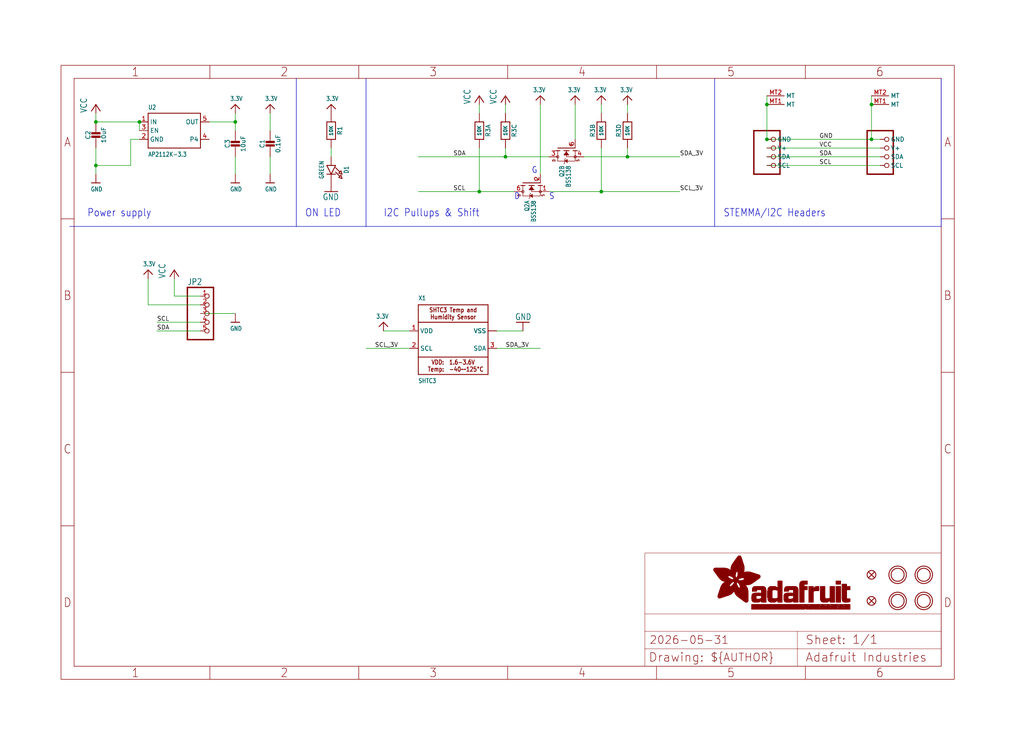
<source format=kicad_sch>
(kicad_sch (version 20230121) (generator eeschema)
  (paper "User" 298.45 217.322)
  (lib_symbols
    (symbol "working-eagle-import:3.3V" (power)
      (property "Value" "3.3V" (at -1.524 1.016 0))
      (symbol "3.3V_1_0"
        (pin power_in line (at 0 -2.54 90) (length 2.54) (name "3.3V") (number "1"))
      )
    )
    (symbol "working-eagle-import:CAP_CERAMIC0603_NO"
      (property "Reference" "C" (at -2.29 1.25 90))
      (symbol "CAP_CERAMIC0603_NO_1_0"
        (pin passive line (at 0 5.08 270) (length 2.54) (name "1") (number "1"))
        (pin passive line (at 0 -2.54 90) (length 2.54) (name "2") (number "2"))
      )
    )
    (symbol "working-eagle-import:CAP_CERAMIC0805-NOOUTLINE"
      (property "Reference" "C" (at -2.29 1.25 90))
      (symbol "CAP_CERAMIC0805-NOOUTLINE_1_0"
        (pin passive line (at 0 5.08 270) (length 2.54) (name "1") (number "1"))
        (pin passive line (at 0 -2.54 90) (length 2.54) (name "2") (number "2"))
      )
    )
    (symbol "working-eagle-import:FIDUCIAL_1MM")
    (symbol "working-eagle-import:FRAME_A4_ADAFRUIT"
      (symbol "FRAME_A4_ADAFRUIT_1_0"
        (text "${#}/${##}" (at 230.505 10.16 0) (effects (font (size 2.54 2.54)) (justify left bottom)))
        (text "${AUTHOR}" (at 189.23 5.08 0) (effects (font (size 2.286 2.286)) (justify left bottom)))
        (text "${CURRENT_DATE}" (at 171.45 10.16 0) (effects (font (size 2.286 2.286)) (justify left bottom)))
        (text "${PROJECTNAME}" (at 171.45 15.24 0) (effects (font (size 2.54 2.54)) (justify left bottom)))
        (text "1" (at 21.6958 1.905 0) (effects (font (size 2.54 2.286))))
        (text "1" (at 21.6958 177.165 0) (effects (font (size 2.54 2.286))))
        (text "2" (at 65.0875 1.905 0) (effects (font (size 2.54 2.286))))
        (text "2" (at 65.0875 177.165 0) (effects (font (size 2.54 2.286))))
        (text "3" (at 108.4792 1.905 0) (effects (font (size 2.54 2.286))))
        (text "3" (at 108.4792 177.165 0) (effects (font (size 2.54 2.286))))
        (text "4" (at 151.8708 1.905 0) (effects (font (size 2.54 2.286))))
        (text "4" (at 151.8708 177.165 0) (effects (font (size 2.54 2.286))))
        (text "5" (at 195.2625 1.905 0) (effects (font (size 2.54 2.286))))
        (text "5" (at 195.2625 177.165 0) (effects (font (size 2.54 2.286))))
        (text "6" (at 238.6542 1.905 0) (effects (font (size 2.54 2.286))))
        (text "6" (at 238.6542 177.165 0) (effects (font (size 2.54 2.286))))
        (text "A" (at 1.905 156.6863 0) (effects (font (size 2.54 2.286))))
        (text "A" (at 258.445 156.6863 0) (effects (font (size 2.54 2.286))))
        (text "Adafruit Industries" (at 216.916 4.953 0) (effects (font (size 2.54 2.54)) (justify left bottom)))
        (text "B" (at 1.905 111.9188 0) (effects (font (size 2.54 2.286))))
        (text "B" (at 258.445 111.9188 0) (effects (font (size 2.54 2.286))))
        (text "C" (at 1.905 67.1513 0) (effects (font (size 2.54 2.286))))
        (text "C" (at 258.445 67.1513 0) (effects (font (size 2.54 2.286))))
        (text "D" (at 1.905 22.3838 0) (effects (font (size 2.54 2.286))))
        (text "D" (at 258.445 22.3838 0) (effects (font (size 2.54 2.286))))
        (text "Drawing:" (at 171.196 4.953 0) (effects (font (size 2.54 2.54)) (justify left bottom)))
        (text "Sheet:" (at 216.916 10.033 0) (effects (font (size 2.54 2.54)) (justify left bottom)))
      )
    )
    (symbol "working-eagle-import:GND" (power)
      (property "Value" "GND" (at -1.524 -2.54 0))
      (symbol "GND_1_0"
        (pin power_in line (at 0 2.54 270) (length 2.54) (name "GND") (number "1"))
      )
    )
    (symbol "working-eagle-import:HEADER-1X570MIL"
      (property "Reference" "JP" (at -6.35 8.255 0))
      (symbol "HEADER-1X570MIL_1_0"
        (pin passive inverted (at -2.54 5.08 0) (length 2.54) (name "1") (number "1"))
        (pin passive inverted (at -2.54 2.54 0) (length 2.54) (name "2") (number "2"))
        (pin passive inverted (at -2.54 0 0) (length 2.54) (name "3") (number "3"))
        (pin passive inverted (at -2.54 -2.54 0) (length 2.54) (name "4") (number "4"))
        (pin passive inverted (at -2.54 -5.08 0) (length 2.54) (name "5") (number "5"))
      )
    )
    (symbol "working-eagle-import:LED0603_NOOUTLINE"
      (property "Reference" "D" (at -1.27 4.445 0))
      (symbol "LED0603_NOOUTLINE_1_0"
        (pin passive line (at -5.08 0 0) (length 2.54) (name "A") (number "A"))
        (pin passive line (at 2.54 0 180) (length 2.54) (name "C") (number "C"))
      )
    )
    (symbol "working-eagle-import:MOSFET-N_DUAL"
      (property "Reference" "Q" (at 5.08 0.635 0))
      (symbol "MOSFET-N_DUAL_1_0"
        (text "D" (at 3.175 3.175 0) (effects (font (size 0.8128 0.6908)) (justify left bottom)))
        (text "G" (at -1.27 -1.905 0) (effects (font (size 0.8128 0.6908)) (justify left bottom)))
        (text "S" (at 3.175 -3.81 0) (effects (font (size 0.8128 0.6908)) (justify left bottom)))
        (pin bidirectional line (at 2.54 -5.08 90) (length 2.54) (name "S") (number "1"))
        (pin bidirectional line (at -2.54 -2.54 0) (length 2.54) (name "G") (number "2"))
        (pin bidirectional line (at 2.54 5.08 270) (length 2.54) (name "D") (number "6"))
      )
      (symbol "MOSFET-N_DUAL_2_0"
        (text "D" (at 3.175 3.175 0) (effects (font (size 0.8128 0.6908)) (justify left bottom)))
        (text "G" (at -1.27 -1.905 0) (effects (font (size 0.8128 0.6908)) (justify left bottom)))
        (text "S" (at 3.175 -3.81 0) (effects (font (size 0.8128 0.6908)) (justify left bottom)))
        (pin bidirectional line (at 2.54 5.08 270) (length 2.54) (name "D") (number "3"))
        (pin bidirectional line (at 2.54 -5.08 90) (length 2.54) (name "S") (number "4"))
        (pin bidirectional line (at -2.54 -2.54 0) (length 2.54) (name "G") (number "5"))
      )
    )
    (symbol "working-eagle-import:MOUNTINGHOLE2.5")
    (symbol "working-eagle-import:RESISTOR_0603_NOOUT"
      (property "Reference" "R" (at 0 2.54 0))
      (symbol "RESISTOR_0603_NOOUT_1_0"
        (pin passive line (at -5.08 0 0) (length 2.54) (name "1") (number "1"))
        (pin passive line (at 5.08 0 180) (length 2.54) (name "2") (number "2"))
      )
    )
    (symbol "working-eagle-import:RESISTOR_4PACK"
      (property "Reference" "R" (at 0 2.54 0))
      (symbol "RESISTOR_4PACK_1_0"
        (pin passive line (at -5.08 0 0) (length 2.54) (name "1") (number "1"))
        (pin passive line (at 5.08 0 180) (length 2.54) (name "2") (number "8"))
      )
      (symbol "RESISTOR_4PACK_2_0"
        (pin passive line (at -5.08 0 0) (length 2.54) (name "1") (number "2"))
        (pin passive line (at 5.08 0 180) (length 2.54) (name "2") (number "7"))
      )
      (symbol "RESISTOR_4PACK_3_0"
        (pin passive line (at -5.08 0 0) (length 2.54) (name "1") (number "3"))
        (pin passive line (at 5.08 0 180) (length 2.54) (name "2") (number "6"))
      )
      (symbol "RESISTOR_4PACK_4_0"
        (pin passive line (at -5.08 0 0) (length 2.54) (name "1") (number "4"))
        (pin passive line (at 5.08 0 180) (length 2.54) (name "2") (number "5"))
      )
    )
    (symbol "working-eagle-import:SHTC3"
      (property "Reference" "X" (at -10.16 11.43 0))
      (symbol "SHTC3_1_0"
        (text "1.6-3.6V\n-40~~125°C" (at -1.27 -7.62 0) (effects (font (size 1.27 1.0795) (thickness 0.2159) bold) (justify left)))
        (text "SHTC3 Temp and\nHumidity Sensor" (at 0 7.62 0) (effects (font (size 1.27 1.0795) (thickness 0.2159) bold)))
        (text "VDD:\nTemp:" (at -2.54 -7.62 0) (effects (font (size 1.27 1.0795) (thickness 0.2159) bold) (justify right)))
        (pin power_in line (at -12.7 2.54 0) (length 2.54) (name "VDD") (number "1"))
        (pin bidirectional line (at -12.7 -2.54 0) (length 2.54) (name "SCL") (number "2"))
        (pin bidirectional line (at 12.7 -2.54 180) (length 2.54) (name "SDA") (number "3"))
        (pin power_in line (at 12.7 2.54 180) (length 2.54) (name "VSS") (number "4"))
        (pin power_in line (at 12.7 2.54 180) (length 2.54) (name "VSS") (number "MNT"))
      )
    )
    (symbol "working-eagle-import:STEMMA_I2C_QT"
      (symbol "STEMMA_I2C_QT_1_0"
        (pin passive inverted (at 0 5.08 0) (length 2.54) (name "GND") (number "1"))
        (pin passive inverted (at 0 2.54 0) (length 2.54) (name "V+") (number "2"))
        (pin passive inverted (at 0 0 0) (length 2.54) (name "SDA") (number "3"))
        (pin passive inverted (at 0 -2.54 0) (length 2.54) (name "SCL") (number "4"))
      )
      (symbol "STEMMA_I2C_QT_2_0"
        (pin bidirectional line (at 0 0 0) (length 5.08) (name "MT") (number "MT1"))
      )
      (symbol "STEMMA_I2C_QT_3_0"
        (pin bidirectional line (at 0 0 0) (length 5.08) (name "MT") (number "MT2"))
      )
    )
    (symbol "working-eagle-import:VCC" (power)
      (property "Value" "VCC" (at -2.54 -2.54 90))
      (symbol "VCC_1_0"
        (pin power_in line (at 0 -2.54 90) (length 2.54) (name "VCC") (number "1"))
      )
    )
    (symbol "working-eagle-import:VREG_SOT23-5"
      (property "Reference" "U" (at -7.62 6.096 0))
      (symbol "VREG_SOT23-5_1_0"
        (pin power_in line (at -10.16 2.54 0) (length 2.54) (name "IN") (number "1"))
        (pin power_in line (at -10.16 -2.54 0) (length 2.54) (name "GND") (number "2"))
        (pin input line (at -10.16 0 0) (length 2.54) (name "EN") (number "3"))
        (pin bidirectional line (at 10.16 -2.54 180) (length 2.54) (name "P4") (number "4"))
        (pin power_in line (at 10.16 2.54 180) (length 2.54) (name "OUT") (number "5"))
      )
    )
    (symbol "working-eagle-import:supply1_GND" (power)
      (property "Value" "supply1_GND" (at -2.54 -2.54 0))
      (symbol "supply1_GND_1_0"
        (pin power_in line (at 0 2.54 270) (length 2.54) (name "GND") (number "1"))
      )
    )
  )
  (junction (at 254 40.64))
  (junction (at 175.26 55.88))
  (junction (at 223.52 40.64))
  (junction (at 27.94 35.56))
  (junction (at 147.32 45.72))
  (junction (at 254 30.48))
  (junction (at 182.88 45.72))
  (junction (at 139.7 55.88))
  (junction (at 68.58 35.56))
  (junction (at 223.52 30.48))
  (junction (at 27.94 48.26))
  (junction (at 40.64 35.56))
  (wire (pts (xy 78.74 33.02) (xy 78.74 38.1)) (stroke (width 0.1524)))
  (polyline (pts (xy 274.32 22.86) (xy 274.32 66.04)) (stroke (width 0.1524) (type solid)))
  (wire (pts (xy 60.96 35.56) (xy 68.58 35.56)) (stroke (width 0.1524)))
  (wire (pts (xy 170.18 45.72) (xy 182.88 45.72)) (stroke (width 0.1524)))
  (wire (pts (xy 78.74 45.72) (xy 78.74 50.8)) (stroke (width 0.1524)))
  (wire (pts (xy 254 27.94) (xy 254 30.48)) (stroke (width 0.1524)))
  (wire (pts (xy 182.88 33.02) (xy 182.88 30.48)) (stroke (width 0.1524)))
  (wire (pts (xy 157.48 50.8) (xy 157.48 30.48)) (stroke (width 0.1524)))
  (wire (pts (xy 27.94 48.26) (xy 27.94 50.8)) (stroke (width 0.1524)))
  (wire (pts (xy 182.88 45.72) (xy 198.12 45.72)) (stroke (width 0.1524)))
  (wire (pts (xy 58.42 91.44) (xy 68.58 91.44)) (stroke (width 0.1524)))
  (wire (pts (xy 139.7 43.18) (xy 139.7 55.88)) (stroke (width 0.1524)))
  (wire (pts (xy 111.76 96.52) (xy 119.38 96.52)) (stroke (width 0.1524)))
  (wire (pts (xy 147.32 33.02) (xy 147.32 30.48)) (stroke (width 0.1524)))
  (wire (pts (xy 38.1 40.64) (xy 38.1 48.26)) (stroke (width 0.1524)))
  (polyline (pts (xy 20.32 66.04) (xy 86.36 66.04)) (stroke (width 0.1524) (type solid)))
  (wire (pts (xy 50.8 86.36) (xy 50.8 81.28)) (stroke (width 0.1524)))
  (wire (pts (xy 58.42 93.98) (xy 45.72 93.98)) (stroke (width 0.1524)))
  (polyline (pts (xy 86.36 66.04) (xy 106.68 66.04)) (stroke (width 0.1524) (type solid)))
  (wire (pts (xy 27.94 48.26) (xy 27.94 43.18)) (stroke (width 0.1524)))
  (wire (pts (xy 160.02 55.88) (xy 175.26 55.88)) (stroke (width 0.1524)))
  (wire (pts (xy 223.52 48.26) (xy 256.54 48.26)) (stroke (width 0.1524)))
  (wire (pts (xy 68.58 35.56) (xy 68.58 38.1)) (stroke (width 0.1524)))
  (wire (pts (xy 175.26 43.18) (xy 175.26 55.88)) (stroke (width 0.1524)))
  (wire (pts (xy 27.94 33.02) (xy 27.94 35.56)) (stroke (width 0.1524)))
  (wire (pts (xy 160.02 45.72) (xy 147.32 45.72)) (stroke (width 0.1524)))
  (wire (pts (xy 167.64 40.64) (xy 167.64 30.48)) (stroke (width 0.1524)))
  (polyline (pts (xy 106.68 22.86) (xy 106.68 66.04)) (stroke (width 0.1524) (type solid)))
  (wire (pts (xy 147.32 45.72) (xy 121.92 45.72)) (stroke (width 0.1524)))
  (wire (pts (xy 139.7 55.88) (xy 121.92 55.88)) (stroke (width 0.1524)))
  (wire (pts (xy 256.54 40.64) (xy 254 40.64)) (stroke (width 0.1524)))
  (wire (pts (xy 144.78 101.6) (xy 157.48 101.6)) (stroke (width 0.1524)))
  (wire (pts (xy 38.1 48.26) (xy 27.94 48.26)) (stroke (width 0.1524)))
  (wire (pts (xy 43.18 88.9) (xy 43.18 81.28)) (stroke (width 0.1524)))
  (wire (pts (xy 175.26 33.02) (xy 175.26 30.48)) (stroke (width 0.1524)))
  (wire (pts (xy 139.7 30.48) (xy 139.7 33.02)) (stroke (width 0.1524)))
  (wire (pts (xy 175.26 55.88) (xy 198.12 55.88)) (stroke (width 0.1524)))
  (polyline (pts (xy 208.28 66.04) (xy 274.32 66.04)) (stroke (width 0.1524) (type solid)))
  (wire (pts (xy 152.4 96.52) (xy 144.78 96.52)) (stroke (width 0.1524)))
  (wire (pts (xy 254 30.48) (xy 254 40.64)) (stroke (width 0.1524)))
  (wire (pts (xy 68.58 35.56) (xy 68.58 33.02)) (stroke (width 0.1524)))
  (wire (pts (xy 254 40.64) (xy 223.52 40.64)) (stroke (width 0.1524)))
  (wire (pts (xy 40.64 35.56) (xy 27.94 35.56)) (stroke (width 0.1524)))
  (wire (pts (xy 96.52 45.72) (xy 96.52 43.18)) (stroke (width 0.1524)))
  (wire (pts (xy 58.42 96.52) (xy 45.72 96.52)) (stroke (width 0.1524)))
  (wire (pts (xy 58.42 86.36) (xy 50.8 86.36)) (stroke (width 0.1524)))
  (wire (pts (xy 182.88 43.18) (xy 182.88 45.72)) (stroke (width 0.1524)))
  (wire (pts (xy 223.52 27.94) (xy 223.52 30.48)) (stroke (width 0.1524)))
  (polyline (pts (xy 106.68 66.04) (xy 208.28 66.04)) (stroke (width 0.1524) (type solid)))
  (polyline (pts (xy 86.36 22.86) (xy 86.36 66.04)) (stroke (width 0.1524) (type solid)))
  (wire (pts (xy 256.54 45.72) (xy 223.52 45.72)) (stroke (width 0.1524)))
  (wire (pts (xy 149.86 55.88) (xy 139.7 55.88)) (stroke (width 0.1524)))
  (wire (pts (xy 40.64 40.64) (xy 38.1 40.64)) (stroke (width 0.1524)))
  (wire (pts (xy 147.32 43.18) (xy 147.32 45.72)) (stroke (width 0.1524)))
  (wire (pts (xy 58.42 88.9) (xy 43.18 88.9)) (stroke (width 0.1524)))
  (wire (pts (xy 40.64 38.1) (xy 40.64 35.56)) (stroke (width 0.1524)))
  (wire (pts (xy 119.38 101.6) (xy 106.68 101.6)) (stroke (width 0.1524)))
  (wire (pts (xy 223.52 43.18) (xy 256.54 43.18)) (stroke (width 0.1524)))
  (polyline (pts (xy 208.28 22.86) (xy 208.28 66.04)) (stroke (width 0.1524) (type solid)))
  (wire (pts (xy 223.52 30.48) (xy 223.52 40.64)) (stroke (width 0.1524)))
  (wire (pts (xy 68.58 45.72) (xy 68.58 50.8)) (stroke (width 0.1524)))
  (text "I2C Pullups & Shift" (at 111.76 63.5 0) (effects (font (size 2.1844 1.8567)) (justify left bottom)))
  (text "G" (at 154.94 50.8 0) (effects (font (size 1.778 1.5113)) (justify left bottom)))
  (text "STEMMA/I2C Headers" (at 210.82 63.5 0) (effects (font (size 2.1844 1.8567)) (justify left bottom)))
  (text "ON LED" (at 88.9 63.5 0) (effects (font (size 2.1844 1.8567)) (justify left bottom)))
  (text "S" (at 160.02 58.42 0) (effects (font (size 1.778 1.5113)) (justify left bottom)))
  (text "D" (at 149.86 58.42 0) (effects (font (size 1.778 1.5113)) (justify left bottom)))
  (text "Power supply" (at 25.4 63.5 0) (effects (font (size 2.1844 1.8567)) (justify left bottom)))
  (label "SCL" (at 45.72 93.98 0) (effects (font (size 1.2446 1.2446))))
  (label "GND" (at 238.76 40.64 0) (effects (font (size 1.2446 1.2446))))
  (label "SDA" (at 132.08 45.72 0) (effects (font (size 1.2446 1.2446))))
  (label "SDA_3V" (at 147.32 101.6 0) (effects (font (size 1.2446 1.2446))))
  (label "SDA_3V" (at 198.12 45.72 0) (effects (font (size 1.2446 1.2446))))
  (label "SCL_3V" (at 109.22 101.6 0) (effects (font (size 1.2446 1.2446))))
  (label "SDA" (at 238.76 45.72 0) (effects (font (size 1.2446 1.2446))))
  (label "VCC" (at 238.76 43.18 0) (effects (font (size 1.2446 1.2446))))
  (label "SCL" (at 238.76 48.26 0) (effects (font (size 1.2446 1.2446))))
  (label "SDA" (at 45.72 96.52 0) (effects (font (size 1.2446 1.2446))))
  (label "SCL_3V" (at 198.12 55.88 0) (effects (font (size 1.2446 1.2446))))
  (label "SCL" (at 132.08 55.88 0) (effects (font (size 1.2446 1.2446))))
  (symbol (lib_id "working-eagle-import:RESISTOR_4PACK") (at 147.32 38.1 270) (unit 3)
    (property "Reference" "R3" (at 149.86 38.1 0))
    (property "Value" "10K" (at 147.32 38.1 0) (effects (font (size 1.016 1.016) bold)))
    (property "Footprint" "working:RESPACK_4X0603" (effects hide))
  )
  (symbol (lib_id "working-eagle-import:CAP_CERAMIC0805-NOOUTLINE") (at 68.58 43.18 0) (unit 1)
    (property "Reference" "C3" (at 66.29 41.93 90))
    (property "Value" "10uF" (at 70.88 41.93 90))
    (property "Footprint" "working:0805-NO" (effects hide))
  )
  (symbol (lib_id "working-eagle-import:3.3V") (at 182.88 27.94 0) (mirror y) (unit 1)
    (property "Reference" "#U$7" (effects hide))
    (property "Value" "3.3V" (at 184.404 26.924 0) (effects (font (size 1.27 1.0795)) (justify left bottom)))
  )
  (symbol (lib_id "working-eagle-import:3.3V") (at 175.26 27.94 0) (mirror y) (unit 1)
    (property "Reference" "#U$24" (effects hide))
    (property "Value" "3.3V" (at 176.784 26.924 0) (effects (font (size 1.27 1.0795)) (justify left bottom)))
  )
  (symbol (lib_id "working-eagle-import:CAP_CERAMIC0603_NO") (at 78.74 43.18 0) (unit 1)
    (property "Reference" "C1" (at 76.45 41.93 90))
    (property "Value" "0.1uF" (at 81.04 41.93 90))
    (property "Footprint" "working:0603-NO" (effects hide))
  )
  (symbol (lib_id "working-eagle-import:3.3V") (at 111.76 93.98 0) (mirror y) (unit 1)
    (property "Reference" "#U$2" (effects hide))
    (property "Value" "3.3V" (at 113.284 92.964 0) (effects (font (size 1.27 1.0795)) (justify left bottom)))
  )
  (symbol (lib_id "working-eagle-import:GND") (at 27.94 53.34 0) (unit 1)
    (property "Reference" "#U$13" (effects hide))
    (property "Value" "GND" (at 26.416 55.88 0) (effects (font (size 1.27 1.0795)) (justify left bottom)))
  )
  (symbol (lib_id "working-eagle-import:VCC") (at 139.7 27.94 0) (unit 1)
    (property "Reference" "#P+1" (effects hide))
    (property "Value" "VCC" (at 137.16 30.48 90) (effects (font (size 1.778 1.5113)) (justify left bottom)))
  )
  (symbol (lib_id "working-eagle-import:FRAME_A4_ADAFRUIT") (at 17.78 198.12 0) (unit 1)
    (property "Reference" "#U$18" (effects hide))
    (property "Value" "FRAME_A4_ADAFRUIT" (effects hide))
  )
  (symbol (lib_id "working-eagle-import:3.3V") (at 157.48 27.94 0) (mirror y) (unit 1)
    (property "Reference" "#U$26" (effects hide))
    (property "Value" "3.3V" (at 159.004 26.924 0) (effects (font (size 1.27 1.0795)) (justify left bottom)))
  )
  (symbol (lib_id "working-eagle-import:VCC") (at 147.32 27.94 0) (unit 1)
    (property "Reference" "#P+2" (effects hide))
    (property "Value" "VCC" (at 144.78 30.48 90) (effects (font (size 1.778 1.5113)) (justify left bottom)))
  )
  (symbol (lib_id "working-eagle-import:STEMMA_I2C_QT") (at 223.52 30.48 0) (unit 2)
    (property "Reference" "CONN3" (effects hide))
    (property "Value" "STEMMA_I2C_QT" (effects hide))
    (property "Footprint" "working:JST_SH4" (effects hide))
  )
  (symbol (lib_id "working-eagle-import:STEMMA_I2C_QT") (at 223.52 45.72 0) (unit 1)
    (property "Reference" "CONN3" (effects hide))
    (property "Value" "STEMMA_I2C_QT" (effects hide))
    (property "Footprint" "working:JST_SH4" (effects hide))
  )
  (symbol (lib_id "working-eagle-import:MOUNTINGHOLE2.5") (at 269.24 175.26 0) (unit 1)
    (property "Reference" "U$21" (effects hide))
    (property "Value" "MOUNTINGHOLE2.5" (effects hide))
    (property "Footprint" "working:MOUNTINGHOLE_2.5_PLATED" (effects hide))
  )
  (symbol (lib_id "working-eagle-import:MOUNTINGHOLE2.5") (at 269.24 167.64 0) (unit 1)
    (property "Reference" "U$19" (effects hide))
    (property "Value" "MOUNTINGHOLE2.5" (effects hide))
    (property "Footprint" "working:MOUNTINGHOLE_2.5_PLATED" (effects hide))
  )
  (symbol (lib_id "working-eagle-import:STEMMA_I2C_QT") (at 256.54 45.72 0) (unit 1)
    (property "Reference" "CONN4" (effects hide))
    (property "Value" "STEMMA_I2C_QT" (effects hide))
    (property "Footprint" "working:JST_SH4" (effects hide))
  )
  (symbol (lib_id "working-eagle-import:3.3V") (at 68.58 30.48 0) (unit 1)
    (property "Reference" "#U$15" (effects hide))
    (property "Value" "3.3V" (at 67.056 29.464 0) (effects (font (size 1.27 1.0795)) (justify left bottom)))
  )
  (symbol (lib_id "working-eagle-import:VCC") (at 27.94 30.48 0) (unit 1)
    (property "Reference" "#P+3" (effects hide))
    (property "Value" "VCC" (at 25.4 33.02 90) (effects (font (size 1.778 1.5113)) (justify left bottom)))
  )
  (symbol (lib_id "working-eagle-import:LED0603_NOOUTLINE") (at 96.52 50.8 270) (unit 1)
    (property "Reference" "D1" (at 100.965 49.53 0) (effects (font (size 1.27 1.0795))))
    (property "Value" "GREEN" (at 93.726 49.53 0) (effects (font (size 1.27 1.0795))))
    (property "Footprint" "working:CHIPLED_0603_NOOUTLINE" (effects hide))
  )
  (symbol (lib_id "working-eagle-import:RESISTOR_0603_NOOUT") (at 96.52 38.1 270) (unit 1)
    (property "Reference" "R1" (at 99.06 38.1 0))
    (property "Value" "10K" (at 96.52 38.1 0) (effects (font (size 1.016 1.016) bold)))
    (property "Footprint" "working:0603-NO" (effects hide))
  )
  (symbol (lib_id "working-eagle-import:HEADER-1X570MIL") (at 60.96 91.44 0) (unit 1)
    (property "Reference" "JP2" (at 54.61 83.185 0) (effects (font (size 1.778 1.5113)) (justify left bottom)))
    (property "Value" "HEADER-1X570MIL" (effects hide))
    (property "Footprint" "working:1X05_ROUND_70" (effects hide))
  )
  (symbol (lib_id "working-eagle-import:GND") (at 68.58 53.34 0) (unit 1)
    (property "Reference" "#U$5" (effects hide))
    (property "Value" "GND" (at 67.056 55.88 0) (effects (font (size 1.27 1.0795)) (justify left bottom)))
  )
  (symbol (lib_id "working-eagle-import:FIDUCIAL_1MM") (at 254 175.26 0) (unit 1)
    (property "Reference" "FID3" (effects hide))
    (property "Value" "FIDUCIAL_1MM" (effects hide))
    (property "Footprint" "working:FIDUCIAL_1MM" (effects hide))
  )
  (symbol (lib_id "working-eagle-import:3.3V") (at 96.52 30.48 0) (unit 1)
    (property "Reference" "#U$3" (effects hide))
    (property "Value" "3.3V" (at 94.996 29.464 0) (effects (font (size 1.27 1.0795)) (justify left bottom)))
  )
  (symbol (lib_id "working-eagle-import:supply1_GND") (at 152.4 93.98 180) (unit 1)
    (property "Reference" "#GND1" (effects hide))
    (property "Value" "GND" (at 154.94 91.44 0) (effects (font (size 1.778 1.5113)) (justify left bottom)))
  )
  (symbol (lib_id "working-eagle-import:RESISTOR_4PACK") (at 175.26 38.1 90) (mirror x) (unit 2)
    (property "Reference" "R3" (at 172.72 38.1 0))
    (property "Value" "10K" (at 175.26 38.1 0) (effects (font (size 1.016 1.016) bold)))
    (property "Footprint" "working:RESPACK_4X0603" (effects hide))
  )
  (symbol (lib_id "working-eagle-import:RESISTOR_4PACK") (at 139.7 38.1 270) (unit 1)
    (property "Reference" "R3" (at 142.24 38.1 0))
    (property "Value" "10K" (at 139.7 38.1 0) (effects (font (size 1.016 1.016) bold)))
    (property "Footprint" "working:RESPACK_4X0603" (effects hide))
  )
  (symbol (lib_id "working-eagle-import:GND") (at 68.58 93.98 0) (unit 1)
    (property "Reference" "#U$10" (effects hide))
    (property "Value" "GND" (at 67.056 96.52 0) (effects (font (size 1.27 1.0795)) (justify left bottom)))
  )
  (symbol (lib_id "working-eagle-import:STEMMA_I2C_QT") (at 254 27.94 0) (unit 3)
    (property "Reference" "CONN4" (effects hide))
    (property "Value" "STEMMA_I2C_QT" (effects hide))
    (property "Footprint" "working:JST_SH4" (effects hide))
  )
  (symbol (lib_id "working-eagle-import:3.3V") (at 78.74 30.48 0) (unit 1)
    (property "Reference" "#U$14" (effects hide))
    (property "Value" "3.3V" (at 77.216 29.464 0) (effects (font (size 1.27 1.0795)) (justify left bottom)))
  )
  (symbol (lib_id "working-eagle-import:MOSFET-N_DUAL") (at 154.94 53.34 90) (mirror x) (unit 1)
    (property "Reference" "Q2" (at 154.305 58.42 0) (effects (font (size 1.27 1.0795)) (justify left bottom)))
    (property "Value" "BSS138" (at 156.21 58.42 0) (effects (font (size 1.27 1.0795)) (justify left bottom)))
    (property "Footprint" "working:SOT363" (effects hide))
  )
  (symbol (lib_id "working-eagle-import:RESISTOR_4PACK") (at 182.88 38.1 90) (mirror x) (unit 4)
    (property "Reference" "R3" (at 180.34 38.1 0))
    (property "Value" "10K" (at 182.88 38.1 0) (effects (font (size 1.016 1.016) bold)))
    (property "Footprint" "working:RESPACK_4X0603" (effects hide))
  )
  (symbol (lib_id "working-eagle-import:GND") (at 78.74 53.34 0) (unit 1)
    (property "Reference" "#U$6" (effects hide))
    (property "Value" "GND" (at 77.216 55.88 0) (effects (font (size 1.27 1.0795)) (justify left bottom)))
  )
  (symbol (lib_id "working-eagle-import:3.3V") (at 43.18 78.74 0) (unit 1)
    (property "Reference" "#U$16" (effects hide))
    (property "Value" "3.3V" (at 41.656 77.724 0) (effects (font (size 1.27 1.0795)) (justify left bottom)))
  )
  (symbol (lib_id "working-eagle-import:MOSFET-N_DUAL") (at 165.1 43.18 90) (mirror x) (unit 2)
    (property "Reference" "Q2" (at 164.465 48.26 0) (effects (font (size 1.27 1.0795)) (justify left bottom)))
    (property "Value" "BSS138" (at 166.37 48.26 0) (effects (font (size 1.27 1.0795)) (justify left bottom)))
    (property "Footprint" "working:SOT363" (effects hide))
  )
  (symbol (lib_id "working-eagle-import:VCC") (at 50.8 78.74 0) (unit 1)
    (property "Reference" "#P+4" (effects hide))
    (property "Value" "VCC" (at 48.26 81.28 90) (effects (font (size 1.778 1.5113)) (justify left bottom)))
  )
  (symbol (lib_id "working-eagle-import:MOUNTINGHOLE2.5") (at 261.62 175.26 0) (unit 1)
    (property "Reference" "U$1" (effects hide))
    (property "Value" "MOUNTINGHOLE2.5" (effects hide))
    (property "Footprint" "working:MOUNTINGHOLE_2.5_PLATED" (effects hide))
  )
  (symbol (lib_id "working-eagle-import:MOUNTINGHOLE2.5") (at 261.62 167.64 0) (unit 1)
    (property "Reference" "U$17" (effects hide))
    (property "Value" "MOUNTINGHOLE2.5" (effects hide))
    (property "Footprint" "working:MOUNTINGHOLE_2.5_PLATED" (effects hide))
  )
  (symbol (lib_id "working-eagle-import:STEMMA_I2C_QT") (at 254 30.48 0) (unit 2)
    (property "Reference" "CONN4" (effects hide))
    (property "Value" "STEMMA_I2C_QT" (effects hide))
    (property "Footprint" "working:JST_SH4" (effects hide))
  )
  (symbol (lib_id "working-eagle-import:CAP_CERAMIC0805-NOOUTLINE") (at 27.94 40.64 0) (unit 1)
    (property "Reference" "C2" (at 25.65 39.39 90))
    (property "Value" "10uF" (at 30.24 39.39 90))
    (property "Footprint" "working:0805-NO" (effects hide))
  )
  (symbol (lib_id "working-eagle-import:FIDUCIAL_1MM") (at 254 167.64 0) (unit 1)
    (property "Reference" "FID4" (effects hide))
    (property "Value" "FIDUCIAL_1MM" (effects hide))
    (property "Footprint" "working:FIDUCIAL_1MM" (effects hide))
  )
  (symbol (lib_id "working-eagle-import:SHTC3") (at 132.08 99.06 0) (unit 1)
    (property "Reference" "X1" (at 121.92 87.63 0) (effects (font (size 1.27 1.0795)) (justify left bottom)))
    (property "Value" "SHTC3" (at 121.92 111.76 0) (effects (font (size 1.27 1.0795)) (justify left bottom)))
    (property "Footprint" "working:SHTC3" (effects hide))
  )
  (symbol (lib_id "working-eagle-import:VREG_SOT23-5") (at 50.8 38.1 0) (unit 1)
    (property "Reference" "U2" (at 43.18 32.004 0) (effects (font (size 1.27 1.0795)) (justify left bottom)))
    (property "Value" "AP2112K-3.3" (at 43.18 45.72 0) (effects (font (size 1.27 1.0795)) (justify left bottom)))
    (property "Footprint" "working:SOT23-5" (effects hide))
  )
  (symbol (lib_id "working-eagle-import:supply1_GND") (at 96.52 55.88 0) (unit 1)
    (property "Reference" "#GND6" (effects hide))
    (property "Value" "GND" (at 93.98 58.42 0) (effects (font (size 1.778 1.5113)) (justify left bottom)))
  )
  (symbol (lib_id "working-eagle-import:3.3V") (at 167.64 27.94 0) (mirror y) (unit 1)
    (property "Reference" "#U$23" (effects hide))
    (property "Value" "3.3V" (at 169.164 26.924 0) (effects (font (size 1.27 1.0795)) (justify left bottom)))
  )
  (symbol (lib_id "working-eagle-import:STEMMA_I2C_QT") (at 223.52 27.94 0) (unit 3)
    (property "Reference" "CONN3" (effects hide))
    (property "Value" "STEMMA_I2C_QT" (effects hide))
    (property "Footprint" "working:JST_SH4" (effects hide))
  )
)
</source>
